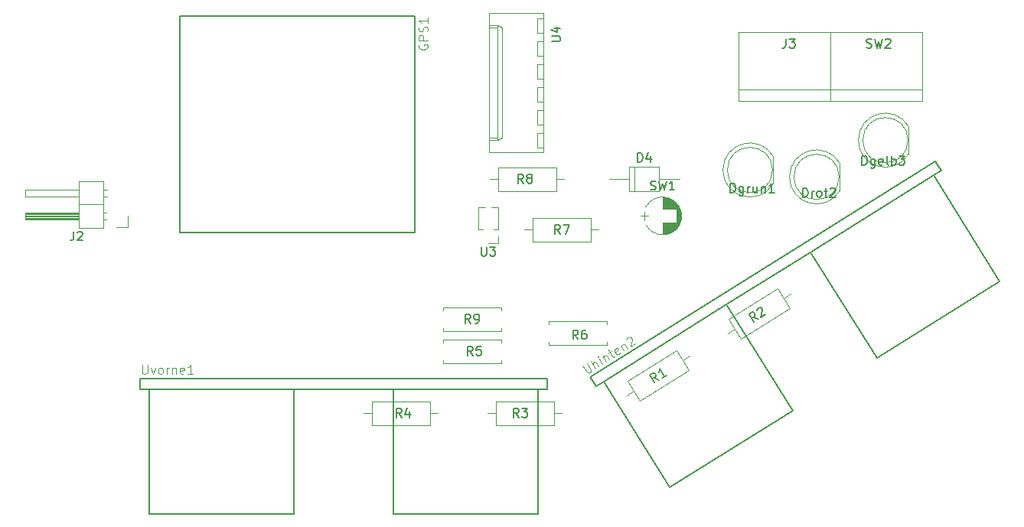
<source format=gbr>
G04 #@! TF.GenerationSoftware,KiCad,Pcbnew,(5.0.2)-1*
G04 #@! TF.CreationDate,2021-01-07T20:02:58+01:00*
G04 #@! TF.ProjectId,Radmesser,5261646d-6573-4736-9572-2e6b69636164,rev?*
G04 #@! TF.SameCoordinates,Original*
G04 #@! TF.FileFunction,Legend,Top*
G04 #@! TF.FilePolarity,Positive*
%FSLAX46Y46*%
G04 Gerber Fmt 4.6, Leading zero omitted, Abs format (unit mm)*
G04 Created by KiCad (PCBNEW (5.0.2)-1) date 07.01.2021 20:02:58*
%MOMM*%
%LPD*%
G01*
G04 APERTURE LIST*
%ADD10C,0.120000*%
%ADD11C,0.127000*%
%ADD12C,0.150000*%
%ADD13C,0.015000*%
G04 APERTURE END LIST*
D10*
G04 #@! TO.C,R6*
X189322000Y-123480000D02*
X189322000Y-123150000D01*
X189322000Y-123150000D02*
X195742000Y-123150000D01*
X195742000Y-123150000D02*
X195742000Y-123480000D01*
X189322000Y-125440000D02*
X189322000Y-125770000D01*
X189322000Y-125770000D02*
X195742000Y-125770000D01*
X195742000Y-125770000D02*
X195742000Y-125440000D01*
D11*
G04 #@! TO.C,Uvorne1*
X145124000Y-144492000D02*
X161124000Y-144492000D01*
X172124001Y-144492000D02*
X188124000Y-144492000D01*
X189124000Y-130692000D02*
X188124000Y-130692000D01*
X188124000Y-130692000D02*
X172124000Y-130692000D01*
X172124000Y-130692000D02*
X161124000Y-130692000D01*
X161124000Y-130692000D02*
X145124000Y-130692000D01*
X145124000Y-130692000D02*
X144124000Y-130692000D01*
X144124000Y-130692000D02*
X144124000Y-129492000D01*
X144124000Y-129492000D02*
X189124000Y-129492000D01*
X189124000Y-129492000D02*
X189124000Y-130692000D01*
X145124000Y-130692000D02*
X145124000Y-144492000D01*
X188124000Y-130692000D02*
X188124000Y-144492000D01*
X161124000Y-130692000D02*
X161124000Y-144492000D01*
X172124000Y-130692000D02*
X172124001Y-144492000D01*
G04 #@! TO.C,Uhinten2*
X218312923Y-115516267D02*
X225625809Y-127219331D01*
X208984394Y-121345379D02*
X216297281Y-133048442D01*
X231881692Y-107037559D02*
X239194578Y-118740623D01*
X195415624Y-129824087D02*
X202728510Y-141527151D01*
X232093837Y-105489982D02*
X232729741Y-106507640D01*
X193931673Y-129336349D02*
X232093837Y-105489982D01*
X194567576Y-130354007D02*
X193931673Y-129336349D01*
X195415624Y-129824087D02*
X194567576Y-130354007D01*
X208984394Y-121345379D02*
X195415624Y-129824087D01*
X218312923Y-115516267D02*
X208984394Y-121345379D01*
X231881692Y-107037559D02*
X218312923Y-115516267D01*
X232729741Y-106507640D02*
X231881692Y-107037559D01*
X225625809Y-127219331D02*
X239194578Y-118740623D01*
X202728510Y-141527151D02*
X216297281Y-133048442D01*
D10*
G04 #@! TO.C,Drot2*
X215958000Y-107187538D02*
G75*
G03X221508000Y-108732830I2990000J-462D01*
G01*
X215958000Y-107188462D02*
G75*
G02X221508000Y-105643170I2990000J462D01*
G01*
X221448000Y-107188000D02*
G75*
G03X221448000Y-107188000I-2500000J0D01*
G01*
X221508000Y-108733000D02*
X221508000Y-105643000D01*
G04 #@! TO.C,Dgrun1*
X214142000Y-107971000D02*
X214142000Y-104881000D01*
X214082000Y-106426000D02*
G75*
G03X214082000Y-106426000I-2500000J0D01*
G01*
X208592000Y-106426462D02*
G75*
G02X214142000Y-104881170I2990000J462D01*
G01*
X208592000Y-106425538D02*
G75*
G03X214142000Y-107970830I2990000J-462D01*
G01*
G04 #@! TO.C,U3*
X183736000Y-114552000D02*
X182626000Y-114552000D01*
X183736000Y-113792000D02*
X183736000Y-114552000D01*
X182062529Y-113032000D02*
X181516000Y-113032000D01*
X183736000Y-113032000D02*
X183189471Y-113032000D01*
X181516000Y-113032000D02*
X181516000Y-110557000D01*
X183736000Y-113032000D02*
X183736000Y-110557000D01*
X182318470Y-110557000D02*
X181516000Y-110557000D01*
X183736000Y-110557000D02*
X182933530Y-110557000D01*
G04 #@! TO.C,SW1*
X199918000Y-111056000D02*
X199918000Y-111956000D01*
X199468000Y-111506000D02*
X200368000Y-111506000D01*
X203999000Y-111341000D02*
X203999000Y-111671000D01*
X203959000Y-111091000D02*
X203959000Y-111921000D01*
X203919000Y-110939000D02*
X203919000Y-112073000D01*
X203879000Y-110820000D02*
X203879000Y-112192000D01*
X203839000Y-110720000D02*
X203839000Y-112292000D01*
X203799000Y-110632000D02*
X203799000Y-112380000D01*
X203759000Y-110554000D02*
X203759000Y-112458000D01*
X203719000Y-110483000D02*
X203719000Y-112529000D01*
X203679000Y-110418000D02*
X203679000Y-112594000D01*
X203639000Y-110358000D02*
X203639000Y-112654000D01*
X203599000Y-110302000D02*
X203599000Y-112710000D01*
X203559000Y-110250000D02*
X203559000Y-112762000D01*
X203519000Y-110201000D02*
X203519000Y-112811000D01*
X203479000Y-110155000D02*
X203479000Y-112857000D01*
X203439000Y-112286000D02*
X203439000Y-112901000D01*
X203439000Y-110111000D02*
X203439000Y-110726000D01*
X203399000Y-112286000D02*
X203399000Y-112942000D01*
X203399000Y-110070000D02*
X203399000Y-110726000D01*
X203359000Y-112286000D02*
X203359000Y-112981000D01*
X203359000Y-110031000D02*
X203359000Y-110726000D01*
X203319000Y-112286000D02*
X203319000Y-113018000D01*
X203319000Y-109994000D02*
X203319000Y-110726000D01*
X203279000Y-112286000D02*
X203279000Y-113053000D01*
X203279000Y-109959000D02*
X203279000Y-110726000D01*
X203239000Y-112286000D02*
X203239000Y-113087000D01*
X203239000Y-109925000D02*
X203239000Y-110726000D01*
X203199000Y-112286000D02*
X203199000Y-113119000D01*
X203199000Y-109893000D02*
X203199000Y-110726000D01*
X203159000Y-112286000D02*
X203159000Y-113149000D01*
X203159000Y-109863000D02*
X203159000Y-110726000D01*
X203119000Y-112286000D02*
X203119000Y-113178000D01*
X203119000Y-109834000D02*
X203119000Y-110726000D01*
X203079000Y-112286000D02*
X203079000Y-113205000D01*
X203079000Y-109807000D02*
X203079000Y-110726000D01*
X203039000Y-112286000D02*
X203039000Y-113231000D01*
X203039000Y-109781000D02*
X203039000Y-110726000D01*
X202999000Y-112286000D02*
X202999000Y-113256000D01*
X202999000Y-109756000D02*
X202999000Y-110726000D01*
X202959000Y-112286000D02*
X202959000Y-113279000D01*
X202959000Y-109733000D02*
X202959000Y-110726000D01*
X202919000Y-112286000D02*
X202919000Y-113302000D01*
X202919000Y-109710000D02*
X202919000Y-110726000D01*
X202879000Y-112286000D02*
X202879000Y-113323000D01*
X202879000Y-109689000D02*
X202879000Y-110726000D01*
X202839000Y-112286000D02*
X202839000Y-113343000D01*
X202839000Y-109669000D02*
X202839000Y-110726000D01*
X202799000Y-112286000D02*
X202799000Y-113362000D01*
X202799000Y-109650000D02*
X202799000Y-110726000D01*
X202759000Y-112286000D02*
X202759000Y-113380000D01*
X202759000Y-109632000D02*
X202759000Y-110726000D01*
X202719000Y-112286000D02*
X202719000Y-113397000D01*
X202719000Y-109615000D02*
X202719000Y-110726000D01*
X202679000Y-112286000D02*
X202679000Y-113413000D01*
X202679000Y-109599000D02*
X202679000Y-110726000D01*
X202639000Y-112286000D02*
X202639000Y-113429000D01*
X202639000Y-109583000D02*
X202639000Y-110726000D01*
X202598000Y-112286000D02*
X202598000Y-113443000D01*
X202598000Y-109569000D02*
X202598000Y-110726000D01*
X202558000Y-112286000D02*
X202558000Y-113456000D01*
X202558000Y-109556000D02*
X202558000Y-110726000D01*
X202518000Y-112286000D02*
X202518000Y-113469000D01*
X202518000Y-109543000D02*
X202518000Y-110726000D01*
X202478000Y-112286000D02*
X202478000Y-113480000D01*
X202478000Y-109532000D02*
X202478000Y-110726000D01*
X202438000Y-112286000D02*
X202438000Y-113491000D01*
X202438000Y-109521000D02*
X202438000Y-110726000D01*
X202398000Y-112286000D02*
X202398000Y-113501000D01*
X202398000Y-109511000D02*
X202398000Y-110726000D01*
X202358000Y-112286000D02*
X202358000Y-113510000D01*
X202358000Y-109502000D02*
X202358000Y-110726000D01*
X202318000Y-112286000D02*
X202318000Y-113518000D01*
X202318000Y-109494000D02*
X202318000Y-110726000D01*
X202278000Y-112286000D02*
X202278000Y-113525000D01*
X202278000Y-109487000D02*
X202278000Y-110726000D01*
X202238000Y-112286000D02*
X202238000Y-113532000D01*
X202238000Y-109480000D02*
X202238000Y-110726000D01*
X202198000Y-112286000D02*
X202198000Y-113538000D01*
X202198000Y-109474000D02*
X202198000Y-110726000D01*
X202158000Y-112286000D02*
X202158000Y-113543000D01*
X202158000Y-109469000D02*
X202158000Y-110726000D01*
X202118000Y-112286000D02*
X202118000Y-113547000D01*
X202118000Y-109465000D02*
X202118000Y-110726000D01*
X202078000Y-112286000D02*
X202078000Y-113550000D01*
X202078000Y-109462000D02*
X202078000Y-110726000D01*
X202038000Y-112286000D02*
X202038000Y-113553000D01*
X202038000Y-109459000D02*
X202038000Y-110726000D01*
X201998000Y-112286000D02*
X201998000Y-113555000D01*
X201998000Y-109457000D02*
X201998000Y-110726000D01*
X201958000Y-112286000D02*
X201958000Y-113556000D01*
X201958000Y-109456000D02*
X201958000Y-110726000D01*
X201918000Y-109456000D02*
X201918000Y-110726000D01*
X201918000Y-112286000D02*
X201918000Y-113556000D01*
X203764436Y-112485170D02*
G75*
G03X203763996Y-110526000I-1846436J979170D01*
G01*
X203764436Y-112485170D02*
G75*
G02X200072004Y-112486000I-1846436J979170D01*
G01*
X203764436Y-110526830D02*
G75*
G03X200072004Y-110526000I-1846436J-979170D01*
G01*
G04 #@! TO.C,R1*
X197954918Y-131356659D02*
X198709681Y-130885031D01*
X204908913Y-127011321D02*
X204154150Y-127482949D01*
X199403876Y-131995974D02*
X204848344Y-128593892D01*
X198015487Y-129774088D02*
X199403876Y-131995974D01*
X203459956Y-126372006D02*
X198015487Y-129774088D01*
X204848344Y-128593892D02*
X203459956Y-126372006D01*
G04 #@! TO.C,R2*
X216024344Y-121735892D02*
X214635956Y-119514006D01*
X214635956Y-119514006D02*
X209191487Y-122916088D01*
X209191487Y-122916088D02*
X210579876Y-125137974D01*
X210579876Y-125137974D02*
X216024344Y-121735892D01*
X216084913Y-120153321D02*
X215330150Y-120624949D01*
X209130918Y-124498659D02*
X209885681Y-124027031D01*
G04 #@! TO.C,R3*
X190790000Y-133350000D02*
X189900000Y-133350000D01*
X182590000Y-133350000D02*
X183480000Y-133350000D01*
X189900000Y-132040000D02*
X183480000Y-132040000D01*
X189900000Y-134660000D02*
X189900000Y-132040000D01*
X183480000Y-134660000D02*
X189900000Y-134660000D01*
X183480000Y-132040000D02*
X183480000Y-134660000D01*
G04 #@! TO.C,R4*
X169764000Y-132040000D02*
X169764000Y-134660000D01*
X169764000Y-134660000D02*
X176184000Y-134660000D01*
X176184000Y-134660000D02*
X176184000Y-132040000D01*
X176184000Y-132040000D02*
X169764000Y-132040000D01*
X168874000Y-133350000D02*
X169764000Y-133350000D01*
X177074000Y-133350000D02*
X176184000Y-133350000D01*
G04 #@! TO.C,R7*
X186654000Y-113030000D02*
X187544000Y-113030000D01*
X194854000Y-113030000D02*
X193964000Y-113030000D01*
X187544000Y-114340000D02*
X193964000Y-114340000D01*
X187544000Y-111720000D02*
X187544000Y-114340000D01*
X193964000Y-111720000D02*
X187544000Y-111720000D01*
X193964000Y-114340000D02*
X193964000Y-111720000D01*
G04 #@! TO.C,R8*
X190154000Y-108752000D02*
X190154000Y-106132000D01*
X190154000Y-106132000D02*
X183734000Y-106132000D01*
X183734000Y-106132000D02*
X183734000Y-108752000D01*
X183734000Y-108752000D02*
X190154000Y-108752000D01*
X191044000Y-107442000D02*
X190154000Y-107442000D01*
X182844000Y-107442000D02*
X183734000Y-107442000D01*
G04 #@! TO.C,Dgelb3*
X229128000Y-104669000D02*
X229128000Y-101579000D01*
X229068000Y-103124000D02*
G75*
G03X229068000Y-103124000I-2500000J0D01*
G01*
X223578000Y-103124462D02*
G75*
G02X229128000Y-101579170I2990000J462D01*
G01*
X223578000Y-103123538D02*
G75*
G03X229128000Y-104668830I2990000J-462D01*
G01*
G04 #@! TO.C,R5*
X184058000Y-127802000D02*
X184058000Y-127472000D01*
X177638000Y-127802000D02*
X184058000Y-127802000D01*
X177638000Y-127472000D02*
X177638000Y-127802000D01*
X184058000Y-125182000D02*
X184058000Y-125512000D01*
X177638000Y-125182000D02*
X184058000Y-125182000D01*
X177638000Y-125512000D02*
X177638000Y-125182000D01*
G04 #@! TO.C,R9*
X184058000Y-124246000D02*
X184058000Y-123916000D01*
X177638000Y-124246000D02*
X184058000Y-124246000D01*
X177638000Y-123916000D02*
X177638000Y-124246000D01*
X184058000Y-121626000D02*
X184058000Y-121956000D01*
X177638000Y-121626000D02*
X184058000Y-121626000D01*
X177638000Y-121956000D02*
X177638000Y-121626000D01*
G04 #@! TO.C,D4*
X198778000Y-106082000D02*
X198778000Y-108802000D01*
X203798000Y-107442000D02*
X201558000Y-107442000D01*
X195998000Y-107442000D02*
X198238000Y-107442000D01*
X201558000Y-106082000D02*
X198238000Y-106082000D01*
X201558000Y-108802000D02*
X201558000Y-106082000D01*
X198238000Y-108802000D02*
X201558000Y-108802000D01*
X198238000Y-106082000D02*
X198238000Y-108802000D01*
G04 #@! TO.C,J2*
X142748000Y-112776000D02*
X141478000Y-112776000D01*
X142748000Y-111506000D02*
X142748000Y-112776000D01*
X140435071Y-108586000D02*
X140038000Y-108586000D01*
X140435071Y-109346000D02*
X140038000Y-109346000D01*
X131378000Y-108586000D02*
X137378000Y-108586000D01*
X131378000Y-109346000D02*
X131378000Y-108586000D01*
X137378000Y-109346000D02*
X131378000Y-109346000D01*
X140038000Y-110236000D02*
X137378000Y-110236000D01*
X140368000Y-111126000D02*
X140038000Y-111126000D01*
X140368000Y-111886000D02*
X140038000Y-111886000D01*
X137378000Y-111226000D02*
X131378000Y-111226000D01*
X137378000Y-111346000D02*
X131378000Y-111346000D01*
X137378000Y-111466000D02*
X131378000Y-111466000D01*
X137378000Y-111586000D02*
X131378000Y-111586000D01*
X137378000Y-111706000D02*
X131378000Y-111706000D01*
X137378000Y-111826000D02*
X131378000Y-111826000D01*
X131378000Y-111126000D02*
X137378000Y-111126000D01*
X131378000Y-111886000D02*
X131378000Y-111126000D01*
X137378000Y-111886000D02*
X131378000Y-111886000D01*
X137378000Y-112836000D02*
X140038000Y-112836000D01*
X137378000Y-107636000D02*
X137378000Y-112836000D01*
X140038000Y-107636000D02*
X137378000Y-107636000D01*
X140038000Y-112836000D02*
X140038000Y-107636000D01*
D11*
G04 #@! TO.C,GPS1*
X174546000Y-89346000D02*
X174546000Y-113346000D01*
X148546000Y-89346000D02*
X148546000Y-113346000D01*
X174546000Y-89346000D02*
X148546000Y-89346000D01*
X174546000Y-113346000D02*
X148546000Y-113346000D01*
D10*
G04 #@! TO.C,U4*
X188074000Y-103924000D02*
X188694000Y-103924000D01*
X188074000Y-102324000D02*
X188074000Y-103924000D01*
X188694000Y-102324000D02*
X188074000Y-102324000D01*
X188074000Y-101384000D02*
X188694000Y-101384000D01*
X188074000Y-99784000D02*
X188074000Y-101384000D01*
X188694000Y-99784000D02*
X188074000Y-99784000D01*
X188074000Y-98844000D02*
X188694000Y-98844000D01*
X188074000Y-97244000D02*
X188074000Y-98844000D01*
X188694000Y-97244000D02*
X188074000Y-97244000D01*
X188074000Y-96304000D02*
X188694000Y-96304000D01*
X188074000Y-94704000D02*
X188074000Y-96304000D01*
X188694000Y-94704000D02*
X188074000Y-94704000D01*
X188074000Y-93764000D02*
X188694000Y-93764000D01*
X188074000Y-92164000D02*
X188074000Y-93764000D01*
X188694000Y-92164000D02*
X188074000Y-92164000D01*
X188074000Y-91224000D02*
X188694000Y-91224000D01*
X188074000Y-89624000D02*
X188074000Y-91224000D01*
X188694000Y-89624000D02*
X188074000Y-89624000D01*
X182694000Y-102874000D02*
X183694000Y-102874000D01*
X182694000Y-90674000D02*
X183694000Y-90674000D01*
X184124000Y-102874000D02*
X183694000Y-103124000D01*
X184124000Y-90674000D02*
X184124000Y-102874000D01*
X183694000Y-90424000D02*
X184124000Y-90674000D01*
X183694000Y-103124000D02*
X182694000Y-103124000D01*
X183694000Y-90424000D02*
X183694000Y-103124000D01*
X182694000Y-90424000D02*
X183694000Y-90424000D01*
X188694000Y-104494000D02*
X188694000Y-89054000D01*
X182694000Y-104494000D02*
X188694000Y-104494000D01*
X182694000Y-89054000D02*
X182694000Y-104494000D01*
X188694000Y-89054000D02*
X182694000Y-89054000D01*
G04 #@! TO.C,J3*
X220472000Y-97536000D02*
X210312000Y-97536000D01*
X220472000Y-98806000D02*
X220472000Y-91186000D01*
X220472000Y-91186000D02*
X210312000Y-91186000D01*
X210312000Y-91186000D02*
X210312000Y-98806000D01*
X210312000Y-98806000D02*
X220472000Y-98806000D01*
G04 #@! TO.C,SW2*
X220472000Y-98806000D02*
X230632000Y-98806000D01*
X220472000Y-91186000D02*
X220472000Y-98806000D01*
X230632000Y-91186000D02*
X220472000Y-91186000D01*
X230632000Y-98806000D02*
X230632000Y-91186000D01*
X230632000Y-97536000D02*
X220472000Y-97536000D01*
G04 #@! TO.C,R6*
D12*
X192564211Y-125153005D02*
X192230878Y-124676815D01*
X191992782Y-125153005D02*
X191992782Y-124153005D01*
X192373735Y-124153005D01*
X192468973Y-124200625D01*
X192516592Y-124248244D01*
X192564211Y-124343482D01*
X192564211Y-124486339D01*
X192516592Y-124581577D01*
X192468973Y-124629196D01*
X192373735Y-124676815D01*
X191992782Y-124676815D01*
X193421354Y-124153005D02*
X193230878Y-124153005D01*
X193135639Y-124200625D01*
X193088020Y-124248244D01*
X192992782Y-124391101D01*
X192945163Y-124581577D01*
X192945163Y-124962529D01*
X192992782Y-125057767D01*
X193040401Y-125105386D01*
X193135639Y-125153005D01*
X193326116Y-125153005D01*
X193421354Y-125105386D01*
X193468973Y-125057767D01*
X193516592Y-124962529D01*
X193516592Y-124724434D01*
X193468973Y-124629196D01*
X193421354Y-124581577D01*
X193326116Y-124533958D01*
X193135639Y-124533958D01*
X193040401Y-124581577D01*
X192992782Y-124629196D01*
X192945163Y-124724434D01*
G04 #@! TO.C,Uvorne1*
D13*
X144351787Y-127990806D02*
X144351787Y-128800750D01*
X144399430Y-128896038D01*
X144447074Y-128943682D01*
X144542362Y-128991326D01*
X144732937Y-128991326D01*
X144828225Y-128943682D01*
X144875869Y-128896038D01*
X144923512Y-128800750D01*
X144923512Y-127990806D01*
X145304663Y-128324312D02*
X145542882Y-128991326D01*
X145781101Y-128324312D01*
X146305183Y-128991326D02*
X146209895Y-128943682D01*
X146162251Y-128896038D01*
X146114608Y-128800750D01*
X146114608Y-128514888D01*
X146162251Y-128419600D01*
X146209895Y-128371956D01*
X146305183Y-128324312D01*
X146448114Y-128324312D01*
X146543402Y-128371956D01*
X146591046Y-128419600D01*
X146638690Y-128514888D01*
X146638690Y-128800750D01*
X146591046Y-128896038D01*
X146543402Y-128943682D01*
X146448114Y-128991326D01*
X146305183Y-128991326D01*
X147067484Y-128991326D02*
X147067484Y-128324312D01*
X147067484Y-128514888D02*
X147115128Y-128419600D01*
X147162771Y-128371956D01*
X147258059Y-128324312D01*
X147353347Y-128324312D01*
X147686853Y-128324312D02*
X147686853Y-128991326D01*
X147686853Y-128419600D02*
X147734497Y-128371956D01*
X147829785Y-128324312D01*
X147972716Y-128324312D01*
X148068004Y-128371956D01*
X148115648Y-128467244D01*
X148115648Y-128991326D01*
X148973236Y-128943682D02*
X148877949Y-128991326D01*
X148687373Y-128991326D01*
X148592086Y-128943682D01*
X148544442Y-128848394D01*
X148544442Y-128467244D01*
X148592086Y-128371956D01*
X148687373Y-128324312D01*
X148877949Y-128324312D01*
X148973236Y-128371956D01*
X149020880Y-128467244D01*
X149020880Y-128562531D01*
X148544442Y-128657819D01*
X149973756Y-128991326D02*
X149402030Y-128991326D01*
X149687893Y-128991326D02*
X149687893Y-127990806D01*
X149592606Y-128133737D01*
X149497318Y-128229025D01*
X149402030Y-128276669D01*
G04 #@! TO.C,Uhinten2*
X193086910Y-128094039D02*
X193516115Y-128780911D01*
X193607014Y-128836472D01*
X193672666Y-128851629D01*
X193778722Y-128841539D01*
X193940339Y-128740549D01*
X193995900Y-128649650D01*
X194011057Y-128583999D01*
X194000966Y-128477943D01*
X193571761Y-127791071D01*
X194505998Y-128387086D02*
X193975803Y-127538597D01*
X194869636Y-128159860D02*
X194591915Y-127715413D01*
X194501016Y-127659852D01*
X194394960Y-127669943D01*
X194273748Y-127745685D01*
X194218187Y-127836584D01*
X194203030Y-127902235D01*
X195273679Y-127907386D02*
X194920216Y-127341727D01*
X194743484Y-127058897D02*
X194728327Y-127124549D01*
X194793979Y-127139705D01*
X194809136Y-127074054D01*
X194743484Y-127058897D01*
X194793979Y-127139705D01*
X195324258Y-127089253D02*
X195677721Y-127654912D01*
X195374753Y-127170061D02*
X195389910Y-127104410D01*
X195445471Y-127013511D01*
X195566684Y-126937769D01*
X195672739Y-126927678D01*
X195763638Y-126983239D01*
X196041359Y-127427686D01*
X195970726Y-126685295D02*
X196293960Y-126483316D01*
X195915207Y-126326723D02*
X196369660Y-127054000D01*
X196460559Y-127109561D01*
X196566615Y-127099470D01*
X196647423Y-127048975D01*
X197228239Y-126629861D02*
X197172678Y-126720760D01*
X197011061Y-126821749D01*
X196905005Y-126831840D01*
X196814106Y-126776278D01*
X196612127Y-126453044D01*
X196602037Y-126346989D01*
X196657598Y-126256090D01*
X196819215Y-126155100D01*
X196925271Y-126145010D01*
X197016170Y-126200571D01*
X197066665Y-126281379D01*
X196713117Y-126614661D01*
X197304066Y-125852132D02*
X197657529Y-126417791D01*
X197354561Y-125932940D02*
X197369718Y-125867289D01*
X197425279Y-125776390D01*
X197546491Y-125700647D01*
X197652547Y-125690557D01*
X197743446Y-125746118D01*
X198021167Y-126190565D01*
X197905105Y-125195658D02*
X197920262Y-125130006D01*
X197975823Y-125039107D01*
X198177845Y-124912870D01*
X198283900Y-124902780D01*
X198349552Y-124917937D01*
X198440451Y-124973498D01*
X198490946Y-125054306D01*
X198526284Y-125200766D01*
X198344401Y-125988586D01*
X198869656Y-125660370D01*
G04 #@! TO.C,Drot2*
D12*
X217416285Y-109418380D02*
X217416285Y-108418380D01*
X217654380Y-108418380D01*
X217797238Y-108466000D01*
X217892476Y-108561238D01*
X217940095Y-108656476D01*
X217987714Y-108846952D01*
X217987714Y-108989809D01*
X217940095Y-109180285D01*
X217892476Y-109275523D01*
X217797238Y-109370761D01*
X217654380Y-109418380D01*
X217416285Y-109418380D01*
X218416285Y-109418380D02*
X218416285Y-108751714D01*
X218416285Y-108942190D02*
X218463904Y-108846952D01*
X218511523Y-108799333D01*
X218606761Y-108751714D01*
X218702000Y-108751714D01*
X219178190Y-109418380D02*
X219082952Y-109370761D01*
X219035333Y-109323142D01*
X218987714Y-109227904D01*
X218987714Y-108942190D01*
X219035333Y-108846952D01*
X219082952Y-108799333D01*
X219178190Y-108751714D01*
X219321047Y-108751714D01*
X219416285Y-108799333D01*
X219463904Y-108846952D01*
X219511523Y-108942190D01*
X219511523Y-109227904D01*
X219463904Y-109323142D01*
X219416285Y-109370761D01*
X219321047Y-109418380D01*
X219178190Y-109418380D01*
X219797238Y-108751714D02*
X220178190Y-108751714D01*
X219940095Y-108418380D02*
X219940095Y-109275523D01*
X219987714Y-109370761D01*
X220082952Y-109418380D01*
X220178190Y-109418380D01*
X220463904Y-108513619D02*
X220511523Y-108466000D01*
X220606761Y-108418380D01*
X220844857Y-108418380D01*
X220940095Y-108466000D01*
X220987714Y-108513619D01*
X221035333Y-108608857D01*
X221035333Y-108704095D01*
X220987714Y-108846952D01*
X220416285Y-109418380D01*
X221035333Y-109418380D01*
G04 #@! TO.C,Dgrun1*
X209431238Y-108910380D02*
X209431238Y-107910380D01*
X209669333Y-107910380D01*
X209812190Y-107958000D01*
X209907428Y-108053238D01*
X209955047Y-108148476D01*
X210002666Y-108338952D01*
X210002666Y-108481809D01*
X209955047Y-108672285D01*
X209907428Y-108767523D01*
X209812190Y-108862761D01*
X209669333Y-108910380D01*
X209431238Y-108910380D01*
X210859809Y-108243714D02*
X210859809Y-109053238D01*
X210812190Y-109148476D01*
X210764571Y-109196095D01*
X210669333Y-109243714D01*
X210526476Y-109243714D01*
X210431238Y-109196095D01*
X210859809Y-108862761D02*
X210764571Y-108910380D01*
X210574095Y-108910380D01*
X210478857Y-108862761D01*
X210431238Y-108815142D01*
X210383619Y-108719904D01*
X210383619Y-108434190D01*
X210431238Y-108338952D01*
X210478857Y-108291333D01*
X210574095Y-108243714D01*
X210764571Y-108243714D01*
X210859809Y-108291333D01*
X211336000Y-108910380D02*
X211336000Y-108243714D01*
X211336000Y-108434190D02*
X211383619Y-108338952D01*
X211431238Y-108291333D01*
X211526476Y-108243714D01*
X211621714Y-108243714D01*
X212383619Y-108243714D02*
X212383619Y-108910380D01*
X211955047Y-108243714D02*
X211955047Y-108767523D01*
X212002666Y-108862761D01*
X212097904Y-108910380D01*
X212240761Y-108910380D01*
X212336000Y-108862761D01*
X212383619Y-108815142D01*
X212859809Y-108243714D02*
X212859809Y-108910380D01*
X212859809Y-108338952D02*
X212907428Y-108291333D01*
X213002666Y-108243714D01*
X213145523Y-108243714D01*
X213240761Y-108291333D01*
X213288380Y-108386571D01*
X213288380Y-108910380D01*
X214288380Y-108910380D02*
X213716952Y-108910380D01*
X214002666Y-108910380D02*
X214002666Y-107910380D01*
X213907428Y-108053238D01*
X213812190Y-108148476D01*
X213716952Y-108196095D01*
G04 #@! TO.C,U3*
X181864095Y-114939380D02*
X181864095Y-115748904D01*
X181911714Y-115844142D01*
X181959333Y-115891761D01*
X182054571Y-115939380D01*
X182245047Y-115939380D01*
X182340285Y-115891761D01*
X182387904Y-115844142D01*
X182435523Y-115748904D01*
X182435523Y-114939380D01*
X182816476Y-114939380D02*
X183435523Y-114939380D01*
X183102190Y-115320333D01*
X183245047Y-115320333D01*
X183340285Y-115367952D01*
X183387904Y-115415571D01*
X183435523Y-115510809D01*
X183435523Y-115748904D01*
X183387904Y-115844142D01*
X183340285Y-115891761D01*
X183245047Y-115939380D01*
X182959333Y-115939380D01*
X182864095Y-115891761D01*
X182816476Y-115844142D01*
G04 #@! TO.C,SW1*
X200584666Y-108600761D02*
X200727523Y-108648380D01*
X200965619Y-108648380D01*
X201060857Y-108600761D01*
X201108476Y-108553142D01*
X201156095Y-108457904D01*
X201156095Y-108362666D01*
X201108476Y-108267428D01*
X201060857Y-108219809D01*
X200965619Y-108172190D01*
X200775142Y-108124571D01*
X200679904Y-108076952D01*
X200632285Y-108029333D01*
X200584666Y-107934095D01*
X200584666Y-107838857D01*
X200632285Y-107743619D01*
X200679904Y-107696000D01*
X200775142Y-107648380D01*
X201013238Y-107648380D01*
X201156095Y-107696000D01*
X201489428Y-107648380D02*
X201727523Y-108648380D01*
X201918000Y-107934095D01*
X202108476Y-108648380D01*
X202346571Y-107648380D01*
X203251333Y-108648380D02*
X202679904Y-108648380D01*
X202965619Y-108648380D02*
X202965619Y-107648380D01*
X202870380Y-107791238D01*
X202775142Y-107886476D01*
X202679904Y-107934095D01*
G04 #@! TO.C,R1*
X201530300Y-129655950D02*
X200995274Y-129428758D01*
X201045701Y-129958761D02*
X200515781Y-129110713D01*
X200838847Y-128908839D01*
X200944848Y-128898754D01*
X201010466Y-128913903D01*
X201101317Y-128969435D01*
X201177020Y-129090585D01*
X201187105Y-129196586D01*
X201171956Y-129262203D01*
X201116424Y-129353055D01*
X200793358Y-129554929D01*
X202337964Y-129151265D02*
X201853365Y-129454076D01*
X202095665Y-129302671D02*
X201565746Y-128454623D01*
X201560682Y-128626241D01*
X201530384Y-128757476D01*
X201474852Y-128848328D01*
G04 #@! TO.C,R2*
X212490895Y-122932549D02*
X211955869Y-122705357D01*
X212006296Y-123235360D02*
X211476376Y-122387312D01*
X211799442Y-122185438D01*
X211905443Y-122175353D01*
X211971061Y-122190502D01*
X212061912Y-122246034D01*
X212137615Y-122367184D01*
X212147700Y-122473185D01*
X212132551Y-122538802D01*
X212077019Y-122629654D01*
X211753953Y-122831528D01*
X212334510Y-121963394D02*
X212349659Y-121897776D01*
X212405191Y-121806924D01*
X212607107Y-121680753D01*
X212713108Y-121670668D01*
X212778725Y-121685817D01*
X212869577Y-121741349D01*
X212920046Y-121822116D01*
X212955365Y-121968500D01*
X212773577Y-122755909D01*
X213298559Y-122427864D01*
G04 #@! TO.C,R3*
X186015333Y-133802380D02*
X185682000Y-133326190D01*
X185443904Y-133802380D02*
X185443904Y-132802380D01*
X185824857Y-132802380D01*
X185920095Y-132850000D01*
X185967714Y-132897619D01*
X186015333Y-132992857D01*
X186015333Y-133135714D01*
X185967714Y-133230952D01*
X185920095Y-133278571D01*
X185824857Y-133326190D01*
X185443904Y-133326190D01*
X186348666Y-132802380D02*
X186967714Y-132802380D01*
X186634380Y-133183333D01*
X186777238Y-133183333D01*
X186872476Y-133230952D01*
X186920095Y-133278571D01*
X186967714Y-133373809D01*
X186967714Y-133611904D01*
X186920095Y-133707142D01*
X186872476Y-133754761D01*
X186777238Y-133802380D01*
X186491523Y-133802380D01*
X186396285Y-133754761D01*
X186348666Y-133707142D01*
G04 #@! TO.C,R4*
X173061333Y-133802380D02*
X172728000Y-133326190D01*
X172489904Y-133802380D02*
X172489904Y-132802380D01*
X172870857Y-132802380D01*
X172966095Y-132850000D01*
X173013714Y-132897619D01*
X173061333Y-132992857D01*
X173061333Y-133135714D01*
X173013714Y-133230952D01*
X172966095Y-133278571D01*
X172870857Y-133326190D01*
X172489904Y-133326190D01*
X173918476Y-133135714D02*
X173918476Y-133802380D01*
X173680380Y-132754761D02*
X173442285Y-133469047D01*
X174061333Y-133469047D01*
G04 #@! TO.C,R7*
X190587333Y-113482380D02*
X190254000Y-113006190D01*
X190015904Y-113482380D02*
X190015904Y-112482380D01*
X190396857Y-112482380D01*
X190492095Y-112530000D01*
X190539714Y-112577619D01*
X190587333Y-112672857D01*
X190587333Y-112815714D01*
X190539714Y-112910952D01*
X190492095Y-112958571D01*
X190396857Y-113006190D01*
X190015904Y-113006190D01*
X190920666Y-112482380D02*
X191587333Y-112482380D01*
X191158761Y-113482380D01*
G04 #@! TO.C,R8*
X186523333Y-107894380D02*
X186190000Y-107418190D01*
X185951904Y-107894380D02*
X185951904Y-106894380D01*
X186332857Y-106894380D01*
X186428095Y-106942000D01*
X186475714Y-106989619D01*
X186523333Y-107084857D01*
X186523333Y-107227714D01*
X186475714Y-107322952D01*
X186428095Y-107370571D01*
X186332857Y-107418190D01*
X185951904Y-107418190D01*
X187094761Y-107322952D02*
X186999523Y-107275333D01*
X186951904Y-107227714D01*
X186904285Y-107132476D01*
X186904285Y-107084857D01*
X186951904Y-106989619D01*
X186999523Y-106942000D01*
X187094761Y-106894380D01*
X187285238Y-106894380D01*
X187380476Y-106942000D01*
X187428095Y-106989619D01*
X187475714Y-107084857D01*
X187475714Y-107132476D01*
X187428095Y-107227714D01*
X187380476Y-107275333D01*
X187285238Y-107322952D01*
X187094761Y-107322952D01*
X186999523Y-107370571D01*
X186951904Y-107418190D01*
X186904285Y-107513428D01*
X186904285Y-107703904D01*
X186951904Y-107799142D01*
X186999523Y-107846761D01*
X187094761Y-107894380D01*
X187285238Y-107894380D01*
X187380476Y-107846761D01*
X187428095Y-107799142D01*
X187475714Y-107703904D01*
X187475714Y-107513428D01*
X187428095Y-107418190D01*
X187380476Y-107370571D01*
X187285238Y-107322952D01*
G04 #@! TO.C,Dgelb3*
X223980666Y-105862380D02*
X223980666Y-104862380D01*
X224218761Y-104862380D01*
X224361619Y-104910000D01*
X224456857Y-105005238D01*
X224504476Y-105100476D01*
X224552095Y-105290952D01*
X224552095Y-105433809D01*
X224504476Y-105624285D01*
X224456857Y-105719523D01*
X224361619Y-105814761D01*
X224218761Y-105862380D01*
X223980666Y-105862380D01*
X225409238Y-105195714D02*
X225409238Y-106005238D01*
X225361619Y-106100476D01*
X225314000Y-106148095D01*
X225218761Y-106195714D01*
X225075904Y-106195714D01*
X224980666Y-106148095D01*
X225409238Y-105814761D02*
X225314000Y-105862380D01*
X225123523Y-105862380D01*
X225028285Y-105814761D01*
X224980666Y-105767142D01*
X224933047Y-105671904D01*
X224933047Y-105386190D01*
X224980666Y-105290952D01*
X225028285Y-105243333D01*
X225123523Y-105195714D01*
X225314000Y-105195714D01*
X225409238Y-105243333D01*
X226266380Y-105814761D02*
X226171142Y-105862380D01*
X225980666Y-105862380D01*
X225885428Y-105814761D01*
X225837809Y-105719523D01*
X225837809Y-105338571D01*
X225885428Y-105243333D01*
X225980666Y-105195714D01*
X226171142Y-105195714D01*
X226266380Y-105243333D01*
X226314000Y-105338571D01*
X226314000Y-105433809D01*
X225837809Y-105529047D01*
X226885428Y-105862380D02*
X226790190Y-105814761D01*
X226742571Y-105719523D01*
X226742571Y-104862380D01*
X227266380Y-105862380D02*
X227266380Y-104862380D01*
X227266380Y-105243333D02*
X227361619Y-105195714D01*
X227552095Y-105195714D01*
X227647333Y-105243333D01*
X227694952Y-105290952D01*
X227742571Y-105386190D01*
X227742571Y-105671904D01*
X227694952Y-105767142D01*
X227647333Y-105814761D01*
X227552095Y-105862380D01*
X227361619Y-105862380D01*
X227266380Y-105814761D01*
X228075904Y-104862380D02*
X228694952Y-104862380D01*
X228361619Y-105243333D01*
X228504476Y-105243333D01*
X228599714Y-105290952D01*
X228647333Y-105338571D01*
X228694952Y-105433809D01*
X228694952Y-105671904D01*
X228647333Y-105767142D01*
X228599714Y-105814761D01*
X228504476Y-105862380D01*
X228218761Y-105862380D01*
X228123523Y-105814761D01*
X228075904Y-105767142D01*
G04 #@! TO.C,R5*
X180935333Y-126944380D02*
X180602000Y-126468190D01*
X180363904Y-126944380D02*
X180363904Y-125944380D01*
X180744857Y-125944380D01*
X180840095Y-125992000D01*
X180887714Y-126039619D01*
X180935333Y-126134857D01*
X180935333Y-126277714D01*
X180887714Y-126372952D01*
X180840095Y-126420571D01*
X180744857Y-126468190D01*
X180363904Y-126468190D01*
X181840095Y-125944380D02*
X181363904Y-125944380D01*
X181316285Y-126420571D01*
X181363904Y-126372952D01*
X181459142Y-126325333D01*
X181697238Y-126325333D01*
X181792476Y-126372952D01*
X181840095Y-126420571D01*
X181887714Y-126515809D01*
X181887714Y-126753904D01*
X181840095Y-126849142D01*
X181792476Y-126896761D01*
X181697238Y-126944380D01*
X181459142Y-126944380D01*
X181363904Y-126896761D01*
X181316285Y-126849142D01*
G04 #@! TO.C,R9*
X180681333Y-123388380D02*
X180348000Y-122912190D01*
X180109904Y-123388380D02*
X180109904Y-122388380D01*
X180490857Y-122388380D01*
X180586095Y-122436000D01*
X180633714Y-122483619D01*
X180681333Y-122578857D01*
X180681333Y-122721714D01*
X180633714Y-122816952D01*
X180586095Y-122864571D01*
X180490857Y-122912190D01*
X180109904Y-122912190D01*
X181157523Y-123388380D02*
X181348000Y-123388380D01*
X181443238Y-123340761D01*
X181490857Y-123293142D01*
X181586095Y-123150285D01*
X181633714Y-122959809D01*
X181633714Y-122578857D01*
X181586095Y-122483619D01*
X181538476Y-122436000D01*
X181443238Y-122388380D01*
X181252761Y-122388380D01*
X181157523Y-122436000D01*
X181109904Y-122483619D01*
X181062285Y-122578857D01*
X181062285Y-122816952D01*
X181109904Y-122912190D01*
X181157523Y-122959809D01*
X181252761Y-123007428D01*
X181443238Y-123007428D01*
X181538476Y-122959809D01*
X181586095Y-122912190D01*
X181633714Y-122816952D01*
G04 #@! TO.C,D4*
X199159904Y-105534380D02*
X199159904Y-104534380D01*
X199398000Y-104534380D01*
X199540857Y-104582000D01*
X199636095Y-104677238D01*
X199683714Y-104772476D01*
X199731333Y-104962952D01*
X199731333Y-105105809D01*
X199683714Y-105296285D01*
X199636095Y-105391523D01*
X199540857Y-105486761D01*
X199398000Y-105534380D01*
X199159904Y-105534380D01*
X200588476Y-104867714D02*
X200588476Y-105534380D01*
X200350380Y-104486761D02*
X200112285Y-105201047D01*
X200731333Y-105201047D01*
G04 #@! TO.C,J2*
X136759666Y-113228380D02*
X136759666Y-113942666D01*
X136712047Y-114085523D01*
X136616809Y-114180761D01*
X136473952Y-114228380D01*
X136378714Y-114228380D01*
X137188238Y-113323619D02*
X137235857Y-113276000D01*
X137331095Y-113228380D01*
X137569190Y-113228380D01*
X137664428Y-113276000D01*
X137712047Y-113323619D01*
X137759666Y-113418857D01*
X137759666Y-113514095D01*
X137712047Y-113656952D01*
X137140619Y-114228380D01*
X137759666Y-114228380D01*
G04 #@! TO.C,GPS1*
D13*
X174999030Y-92537095D02*
X174951386Y-92632382D01*
X174951386Y-92775314D01*
X174999030Y-92918245D01*
X175094317Y-93013533D01*
X175189605Y-93061177D01*
X175380180Y-93108820D01*
X175523111Y-93108820D01*
X175713687Y-93061177D01*
X175808974Y-93013533D01*
X175904262Y-92918245D01*
X175951906Y-92775314D01*
X175951906Y-92680026D01*
X175904262Y-92537095D01*
X175856618Y-92489451D01*
X175523111Y-92489451D01*
X175523111Y-92680026D01*
X175951906Y-92060657D02*
X174951386Y-92060657D01*
X174951386Y-91679506D01*
X174999030Y-91584219D01*
X175046673Y-91536575D01*
X175141961Y-91488931D01*
X175284892Y-91488931D01*
X175380180Y-91536575D01*
X175427824Y-91584219D01*
X175475468Y-91679506D01*
X175475468Y-92060657D01*
X175904262Y-91107780D02*
X175951906Y-90964849D01*
X175951906Y-90726630D01*
X175904262Y-90631342D01*
X175856618Y-90583699D01*
X175761330Y-90536055D01*
X175666043Y-90536055D01*
X175570755Y-90583699D01*
X175523111Y-90631342D01*
X175475468Y-90726630D01*
X175427824Y-90917205D01*
X175380180Y-91012493D01*
X175332536Y-91060137D01*
X175237249Y-91107780D01*
X175141961Y-91107780D01*
X175046673Y-91060137D01*
X174999030Y-91012493D01*
X174951386Y-90917205D01*
X174951386Y-90678986D01*
X174999030Y-90536055D01*
X175951906Y-89583179D02*
X175951906Y-90154904D01*
X175951906Y-89869041D02*
X174951386Y-89869041D01*
X175094317Y-89964329D01*
X175189605Y-90059617D01*
X175237249Y-90154904D01*
G04 #@! TO.C,U4*
D12*
X189626380Y-92185904D02*
X190435904Y-92185904D01*
X190531142Y-92138285D01*
X190578761Y-92090666D01*
X190626380Y-91995428D01*
X190626380Y-91804952D01*
X190578761Y-91709714D01*
X190531142Y-91662095D01*
X190435904Y-91614476D01*
X189626380Y-91614476D01*
X189959714Y-90709714D02*
X190626380Y-90709714D01*
X189578761Y-90947809D02*
X190293047Y-91185904D01*
X190293047Y-90566857D01*
G04 #@! TO.C,J3*
X215566666Y-91908380D02*
X215566666Y-92622666D01*
X215519047Y-92765523D01*
X215423809Y-92860761D01*
X215280952Y-92908380D01*
X215185714Y-92908380D01*
X215947619Y-91908380D02*
X216566666Y-91908380D01*
X216233333Y-92289333D01*
X216376190Y-92289333D01*
X216471428Y-92336952D01*
X216519047Y-92384571D01*
X216566666Y-92479809D01*
X216566666Y-92717904D01*
X216519047Y-92813142D01*
X216471428Y-92860761D01*
X216376190Y-92908380D01*
X216090476Y-92908380D01*
X215995238Y-92860761D01*
X215947619Y-92813142D01*
G04 #@! TO.C,SW2*
X224472666Y-92860761D02*
X224615523Y-92908380D01*
X224853619Y-92908380D01*
X224948857Y-92860761D01*
X224996476Y-92813142D01*
X225044095Y-92717904D01*
X225044095Y-92622666D01*
X224996476Y-92527428D01*
X224948857Y-92479809D01*
X224853619Y-92432190D01*
X224663142Y-92384571D01*
X224567904Y-92336952D01*
X224520285Y-92289333D01*
X224472666Y-92194095D01*
X224472666Y-92098857D01*
X224520285Y-92003619D01*
X224567904Y-91956000D01*
X224663142Y-91908380D01*
X224901238Y-91908380D01*
X225044095Y-91956000D01*
X225377428Y-91908380D02*
X225615523Y-92908380D01*
X225806000Y-92194095D01*
X225996476Y-92908380D01*
X226234571Y-91908380D01*
X226567904Y-92003619D02*
X226615523Y-91956000D01*
X226710761Y-91908380D01*
X226948857Y-91908380D01*
X227044095Y-91956000D01*
X227091714Y-92003619D01*
X227139333Y-92098857D01*
X227139333Y-92194095D01*
X227091714Y-92336952D01*
X226520285Y-92908380D01*
X227139333Y-92908380D01*
G04 #@! TD*
M02*

</source>
